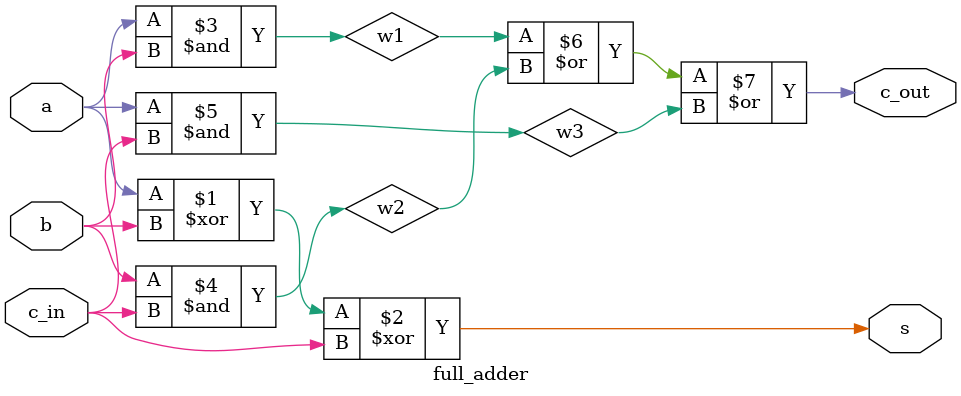
<source format=v>
`timescale 1ns / 1ps
module full_adder(
    input a,
    input b,
    input c_in,
    output s,
    output c_out
    );
	wire w1,w2,w3;
	xor x(s,a,b,c_in);
	and a1(w1,a,b);
	and a2(w2,b,c_in);
	and a3(w3,a,c_in);
	or o(c_out,w1,w2,w3);

endmodule

</source>
